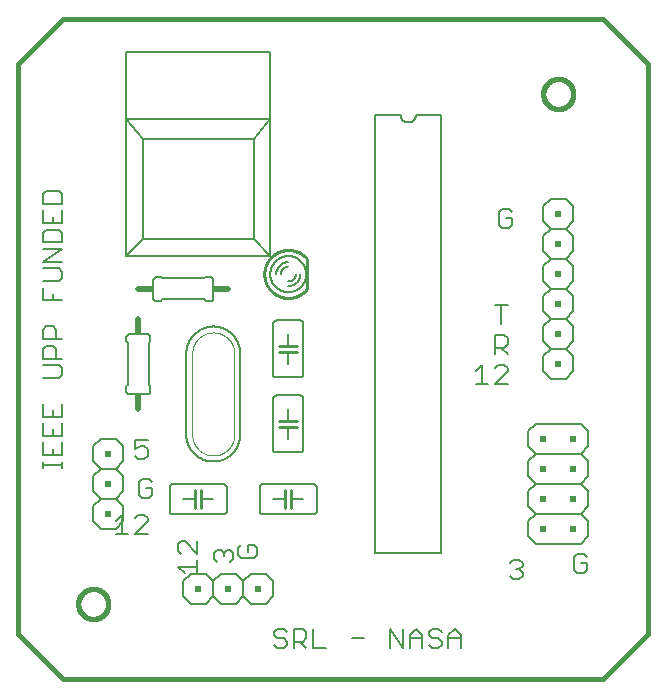
<source format=gto>
G75*
%MOIN*%
%OFA0B0*%
%FSLAX25Y25*%
%IPPOS*%
%LPD*%
%AMOC8*
5,1,8,0,0,1.08239X$1,22.5*
%
%ADD10C,0.00600*%
%ADD11C,0.01600*%
%ADD12C,0.01000*%
%ADD13R,0.02000X0.02000*%
%ADD14C,0.00200*%
%ADD15C,0.02000*%
%ADD16R,0.01500X0.02000*%
%ADD17R,0.02000X0.01500*%
%ADD18C,0.00800*%
D10*
X0206000Y0123500D02*
X0206000Y0128500D01*
X0208500Y0131000D01*
X0206000Y0133500D01*
X0206000Y0138500D01*
X0208500Y0141000D01*
X0206000Y0143500D01*
X0206000Y0148500D01*
X0208500Y0151000D01*
X0213500Y0151000D01*
X0216000Y0148500D01*
X0216000Y0143500D01*
X0213500Y0141000D01*
X0216000Y0138500D01*
X0216000Y0133500D01*
X0213500Y0131000D01*
X0216000Y0128500D01*
X0216000Y0123500D01*
X0213500Y0121000D01*
X0208500Y0121000D01*
X0206000Y0123500D01*
X0213409Y0123570D02*
X0215544Y0125705D01*
X0215544Y0119300D01*
X0213409Y0119300D02*
X0217679Y0119300D01*
X0219854Y0119300D02*
X0224125Y0123570D01*
X0224125Y0124638D01*
X0223057Y0125705D01*
X0220922Y0125705D01*
X0219854Y0124638D01*
X0219854Y0119300D02*
X0224125Y0119300D01*
X0232500Y0126000D02*
X0249500Y0126000D01*
X0249560Y0126002D01*
X0249621Y0126007D01*
X0249680Y0126016D01*
X0249739Y0126029D01*
X0249798Y0126045D01*
X0249855Y0126065D01*
X0249910Y0126088D01*
X0249965Y0126115D01*
X0250017Y0126144D01*
X0250068Y0126177D01*
X0250117Y0126213D01*
X0250163Y0126251D01*
X0250207Y0126293D01*
X0250249Y0126337D01*
X0250287Y0126383D01*
X0250323Y0126432D01*
X0250356Y0126483D01*
X0250385Y0126535D01*
X0250412Y0126590D01*
X0250435Y0126645D01*
X0250455Y0126702D01*
X0250471Y0126761D01*
X0250484Y0126820D01*
X0250493Y0126879D01*
X0250498Y0126940D01*
X0250500Y0127000D01*
X0250500Y0135000D01*
X0250498Y0135060D01*
X0250493Y0135121D01*
X0250484Y0135180D01*
X0250471Y0135239D01*
X0250455Y0135298D01*
X0250435Y0135355D01*
X0250412Y0135410D01*
X0250385Y0135465D01*
X0250356Y0135517D01*
X0250323Y0135568D01*
X0250287Y0135617D01*
X0250249Y0135663D01*
X0250207Y0135707D01*
X0250163Y0135749D01*
X0250117Y0135787D01*
X0250068Y0135823D01*
X0250017Y0135856D01*
X0249965Y0135885D01*
X0249910Y0135912D01*
X0249855Y0135935D01*
X0249798Y0135955D01*
X0249739Y0135971D01*
X0249680Y0135984D01*
X0249621Y0135993D01*
X0249560Y0135998D01*
X0249500Y0136000D01*
X0232500Y0136000D01*
X0232440Y0135998D01*
X0232379Y0135993D01*
X0232320Y0135984D01*
X0232261Y0135971D01*
X0232202Y0135955D01*
X0232145Y0135935D01*
X0232090Y0135912D01*
X0232035Y0135885D01*
X0231983Y0135856D01*
X0231932Y0135823D01*
X0231883Y0135787D01*
X0231837Y0135749D01*
X0231793Y0135707D01*
X0231751Y0135663D01*
X0231713Y0135617D01*
X0231677Y0135568D01*
X0231644Y0135517D01*
X0231615Y0135465D01*
X0231588Y0135410D01*
X0231565Y0135355D01*
X0231545Y0135298D01*
X0231529Y0135239D01*
X0231516Y0135180D01*
X0231507Y0135121D01*
X0231502Y0135060D01*
X0231500Y0135000D01*
X0231500Y0127000D01*
X0231502Y0126940D01*
X0231507Y0126879D01*
X0231516Y0126820D01*
X0231529Y0126761D01*
X0231545Y0126702D01*
X0231565Y0126645D01*
X0231588Y0126590D01*
X0231615Y0126535D01*
X0231644Y0126483D01*
X0231677Y0126432D01*
X0231713Y0126383D01*
X0231751Y0126337D01*
X0231793Y0126293D01*
X0231837Y0126251D01*
X0231883Y0126213D01*
X0231932Y0126177D01*
X0231983Y0126144D01*
X0232035Y0126115D01*
X0232090Y0126088D01*
X0232145Y0126065D01*
X0232202Y0126045D01*
X0232261Y0126029D01*
X0232320Y0126016D01*
X0232379Y0126007D01*
X0232440Y0126002D01*
X0232500Y0126000D01*
X0236000Y0131000D02*
X0239500Y0131000D01*
X0240000Y0131000D01*
X0242000Y0131000D02*
X0242500Y0131000D01*
X0246000Y0131000D01*
X0261500Y0135000D02*
X0261500Y0127000D01*
X0261502Y0126940D01*
X0261507Y0126879D01*
X0261516Y0126820D01*
X0261529Y0126761D01*
X0261545Y0126702D01*
X0261565Y0126645D01*
X0261588Y0126590D01*
X0261615Y0126535D01*
X0261644Y0126483D01*
X0261677Y0126432D01*
X0261713Y0126383D01*
X0261751Y0126337D01*
X0261793Y0126293D01*
X0261837Y0126251D01*
X0261883Y0126213D01*
X0261932Y0126177D01*
X0261983Y0126144D01*
X0262035Y0126115D01*
X0262090Y0126088D01*
X0262145Y0126065D01*
X0262202Y0126045D01*
X0262261Y0126029D01*
X0262320Y0126016D01*
X0262379Y0126007D01*
X0262440Y0126002D01*
X0262500Y0126000D01*
X0279500Y0126000D01*
X0279560Y0126002D01*
X0279621Y0126007D01*
X0279680Y0126016D01*
X0279739Y0126029D01*
X0279798Y0126045D01*
X0279855Y0126065D01*
X0279910Y0126088D01*
X0279965Y0126115D01*
X0280017Y0126144D01*
X0280068Y0126177D01*
X0280117Y0126213D01*
X0280163Y0126251D01*
X0280207Y0126293D01*
X0280249Y0126337D01*
X0280287Y0126383D01*
X0280323Y0126432D01*
X0280356Y0126483D01*
X0280385Y0126535D01*
X0280412Y0126590D01*
X0280435Y0126645D01*
X0280455Y0126702D01*
X0280471Y0126761D01*
X0280484Y0126820D01*
X0280493Y0126879D01*
X0280498Y0126940D01*
X0280500Y0127000D01*
X0280500Y0135000D01*
X0280498Y0135060D01*
X0280493Y0135121D01*
X0280484Y0135180D01*
X0280471Y0135239D01*
X0280455Y0135298D01*
X0280435Y0135355D01*
X0280412Y0135410D01*
X0280385Y0135465D01*
X0280356Y0135517D01*
X0280323Y0135568D01*
X0280287Y0135617D01*
X0280249Y0135663D01*
X0280207Y0135707D01*
X0280163Y0135749D01*
X0280117Y0135787D01*
X0280068Y0135823D01*
X0280017Y0135856D01*
X0279965Y0135885D01*
X0279910Y0135912D01*
X0279855Y0135935D01*
X0279798Y0135955D01*
X0279739Y0135971D01*
X0279680Y0135984D01*
X0279621Y0135993D01*
X0279560Y0135998D01*
X0279500Y0136000D01*
X0262500Y0136000D01*
X0262440Y0135998D01*
X0262379Y0135993D01*
X0262320Y0135984D01*
X0262261Y0135971D01*
X0262202Y0135955D01*
X0262145Y0135935D01*
X0262090Y0135912D01*
X0262035Y0135885D01*
X0261983Y0135856D01*
X0261932Y0135823D01*
X0261883Y0135787D01*
X0261837Y0135749D01*
X0261793Y0135707D01*
X0261751Y0135663D01*
X0261713Y0135617D01*
X0261677Y0135568D01*
X0261644Y0135517D01*
X0261615Y0135465D01*
X0261588Y0135410D01*
X0261565Y0135355D01*
X0261545Y0135298D01*
X0261529Y0135239D01*
X0261516Y0135180D01*
X0261507Y0135121D01*
X0261502Y0135060D01*
X0261500Y0135000D01*
X0266000Y0131000D02*
X0269500Y0131000D01*
X0270000Y0131000D01*
X0272000Y0131000D02*
X0272500Y0131000D01*
X0276000Y0131000D01*
X0275000Y0146500D02*
X0267000Y0146500D01*
X0266940Y0146502D01*
X0266879Y0146507D01*
X0266820Y0146516D01*
X0266761Y0146529D01*
X0266702Y0146545D01*
X0266645Y0146565D01*
X0266590Y0146588D01*
X0266535Y0146615D01*
X0266483Y0146644D01*
X0266432Y0146677D01*
X0266383Y0146713D01*
X0266337Y0146751D01*
X0266293Y0146793D01*
X0266251Y0146837D01*
X0266213Y0146883D01*
X0266177Y0146932D01*
X0266144Y0146983D01*
X0266115Y0147035D01*
X0266088Y0147090D01*
X0266065Y0147145D01*
X0266045Y0147202D01*
X0266029Y0147261D01*
X0266016Y0147320D01*
X0266007Y0147379D01*
X0266002Y0147440D01*
X0266000Y0147500D01*
X0266000Y0164500D01*
X0266002Y0164560D01*
X0266007Y0164621D01*
X0266016Y0164680D01*
X0266029Y0164739D01*
X0266045Y0164798D01*
X0266065Y0164855D01*
X0266088Y0164910D01*
X0266115Y0164965D01*
X0266144Y0165017D01*
X0266177Y0165068D01*
X0266213Y0165117D01*
X0266251Y0165163D01*
X0266293Y0165207D01*
X0266337Y0165249D01*
X0266383Y0165287D01*
X0266432Y0165323D01*
X0266483Y0165356D01*
X0266535Y0165385D01*
X0266590Y0165412D01*
X0266645Y0165435D01*
X0266702Y0165455D01*
X0266761Y0165471D01*
X0266820Y0165484D01*
X0266879Y0165493D01*
X0266940Y0165498D01*
X0267000Y0165500D01*
X0275000Y0165500D01*
X0275060Y0165498D01*
X0275121Y0165493D01*
X0275180Y0165484D01*
X0275239Y0165471D01*
X0275298Y0165455D01*
X0275355Y0165435D01*
X0275410Y0165412D01*
X0275465Y0165385D01*
X0275517Y0165356D01*
X0275568Y0165323D01*
X0275617Y0165287D01*
X0275663Y0165249D01*
X0275707Y0165207D01*
X0275749Y0165163D01*
X0275787Y0165117D01*
X0275823Y0165068D01*
X0275856Y0165017D01*
X0275885Y0164965D01*
X0275912Y0164910D01*
X0275935Y0164855D01*
X0275955Y0164798D01*
X0275971Y0164739D01*
X0275984Y0164680D01*
X0275993Y0164621D01*
X0275998Y0164560D01*
X0276000Y0164500D01*
X0276000Y0147500D01*
X0275998Y0147440D01*
X0275993Y0147379D01*
X0275984Y0147320D01*
X0275971Y0147261D01*
X0275955Y0147202D01*
X0275935Y0147145D01*
X0275912Y0147090D01*
X0275885Y0147035D01*
X0275856Y0146983D01*
X0275823Y0146932D01*
X0275787Y0146883D01*
X0275749Y0146837D01*
X0275707Y0146793D01*
X0275663Y0146751D01*
X0275617Y0146713D01*
X0275568Y0146677D01*
X0275517Y0146644D01*
X0275465Y0146615D01*
X0275410Y0146588D01*
X0275355Y0146565D01*
X0275298Y0146545D01*
X0275239Y0146529D01*
X0275180Y0146516D01*
X0275121Y0146507D01*
X0275060Y0146502D01*
X0275000Y0146500D01*
X0271000Y0151000D02*
X0271000Y0154500D01*
X0271000Y0155000D01*
X0271000Y0157000D02*
X0271000Y0157500D01*
X0271000Y0161000D01*
X0255000Y0152500D02*
X0255000Y0179500D01*
X0254997Y0179719D01*
X0254989Y0179938D01*
X0254976Y0180157D01*
X0254957Y0180375D01*
X0254933Y0180593D01*
X0254904Y0180810D01*
X0254870Y0181027D01*
X0254830Y0181242D01*
X0254785Y0181457D01*
X0254734Y0181670D01*
X0254679Y0181882D01*
X0254618Y0182093D01*
X0254553Y0182302D01*
X0254482Y0182509D01*
X0254406Y0182715D01*
X0254325Y0182919D01*
X0254240Y0183121D01*
X0254149Y0183320D01*
X0254054Y0183517D01*
X0253953Y0183712D01*
X0253848Y0183905D01*
X0253739Y0184095D01*
X0253625Y0184282D01*
X0253506Y0184466D01*
X0253383Y0184647D01*
X0253255Y0184825D01*
X0253123Y0185001D01*
X0252987Y0185172D01*
X0252847Y0185341D01*
X0252703Y0185506D01*
X0252555Y0185667D01*
X0252403Y0185825D01*
X0252247Y0185979D01*
X0252087Y0186129D01*
X0251924Y0186276D01*
X0251757Y0186418D01*
X0251587Y0186556D01*
X0251413Y0186690D01*
X0251237Y0186820D01*
X0251057Y0186945D01*
X0250874Y0187066D01*
X0250688Y0187182D01*
X0250500Y0187294D01*
X0250309Y0187401D01*
X0250115Y0187504D01*
X0249919Y0187602D01*
X0249721Y0187695D01*
X0249520Y0187783D01*
X0249317Y0187866D01*
X0249112Y0187945D01*
X0248906Y0188018D01*
X0248698Y0188086D01*
X0248488Y0188149D01*
X0248276Y0188207D01*
X0248064Y0188260D01*
X0247850Y0188308D01*
X0247635Y0188350D01*
X0247419Y0188387D01*
X0247202Y0188419D01*
X0246984Y0188446D01*
X0246766Y0188467D01*
X0246548Y0188483D01*
X0246329Y0188494D01*
X0246110Y0188499D01*
X0245890Y0188499D01*
X0245671Y0188494D01*
X0245452Y0188483D01*
X0245234Y0188467D01*
X0245016Y0188446D01*
X0244798Y0188419D01*
X0244581Y0188387D01*
X0244365Y0188350D01*
X0244150Y0188308D01*
X0243936Y0188260D01*
X0243724Y0188207D01*
X0243512Y0188149D01*
X0243302Y0188086D01*
X0243094Y0188018D01*
X0242888Y0187945D01*
X0242683Y0187866D01*
X0242480Y0187783D01*
X0242279Y0187695D01*
X0242081Y0187602D01*
X0241885Y0187504D01*
X0241691Y0187401D01*
X0241500Y0187294D01*
X0241312Y0187182D01*
X0241126Y0187066D01*
X0240943Y0186945D01*
X0240763Y0186820D01*
X0240587Y0186690D01*
X0240413Y0186556D01*
X0240243Y0186418D01*
X0240076Y0186276D01*
X0239913Y0186129D01*
X0239753Y0185979D01*
X0239597Y0185825D01*
X0239445Y0185667D01*
X0239297Y0185506D01*
X0239153Y0185341D01*
X0239013Y0185172D01*
X0238877Y0185001D01*
X0238745Y0184825D01*
X0238617Y0184647D01*
X0238494Y0184466D01*
X0238375Y0184282D01*
X0238261Y0184095D01*
X0238152Y0183905D01*
X0238047Y0183712D01*
X0237946Y0183517D01*
X0237851Y0183320D01*
X0237760Y0183121D01*
X0237675Y0182919D01*
X0237594Y0182715D01*
X0237518Y0182509D01*
X0237447Y0182302D01*
X0237382Y0182093D01*
X0237321Y0181882D01*
X0237266Y0181670D01*
X0237215Y0181457D01*
X0237170Y0181242D01*
X0237130Y0181027D01*
X0237096Y0180810D01*
X0237067Y0180593D01*
X0237043Y0180375D01*
X0237024Y0180157D01*
X0237011Y0179938D01*
X0237003Y0179719D01*
X0237000Y0179500D01*
X0237000Y0152500D01*
X0237003Y0152281D01*
X0237011Y0152062D01*
X0237024Y0151843D01*
X0237043Y0151625D01*
X0237067Y0151407D01*
X0237096Y0151190D01*
X0237130Y0150973D01*
X0237170Y0150758D01*
X0237215Y0150543D01*
X0237266Y0150330D01*
X0237321Y0150118D01*
X0237382Y0149907D01*
X0237447Y0149698D01*
X0237518Y0149491D01*
X0237594Y0149285D01*
X0237675Y0149081D01*
X0237760Y0148879D01*
X0237851Y0148680D01*
X0237946Y0148483D01*
X0238047Y0148288D01*
X0238152Y0148095D01*
X0238261Y0147905D01*
X0238375Y0147718D01*
X0238494Y0147534D01*
X0238617Y0147353D01*
X0238745Y0147175D01*
X0238877Y0146999D01*
X0239013Y0146828D01*
X0239153Y0146659D01*
X0239297Y0146494D01*
X0239445Y0146333D01*
X0239597Y0146175D01*
X0239753Y0146021D01*
X0239913Y0145871D01*
X0240076Y0145724D01*
X0240243Y0145582D01*
X0240413Y0145444D01*
X0240587Y0145310D01*
X0240763Y0145180D01*
X0240943Y0145055D01*
X0241126Y0144934D01*
X0241312Y0144818D01*
X0241500Y0144706D01*
X0241691Y0144599D01*
X0241885Y0144496D01*
X0242081Y0144398D01*
X0242279Y0144305D01*
X0242480Y0144217D01*
X0242683Y0144134D01*
X0242888Y0144055D01*
X0243094Y0143982D01*
X0243302Y0143914D01*
X0243512Y0143851D01*
X0243724Y0143793D01*
X0243936Y0143740D01*
X0244150Y0143692D01*
X0244365Y0143650D01*
X0244581Y0143613D01*
X0244798Y0143581D01*
X0245016Y0143554D01*
X0245234Y0143533D01*
X0245452Y0143517D01*
X0245671Y0143506D01*
X0245890Y0143501D01*
X0246110Y0143501D01*
X0246329Y0143506D01*
X0246548Y0143517D01*
X0246766Y0143533D01*
X0246984Y0143554D01*
X0247202Y0143581D01*
X0247419Y0143613D01*
X0247635Y0143650D01*
X0247850Y0143692D01*
X0248064Y0143740D01*
X0248276Y0143793D01*
X0248488Y0143851D01*
X0248698Y0143914D01*
X0248906Y0143982D01*
X0249112Y0144055D01*
X0249317Y0144134D01*
X0249520Y0144217D01*
X0249721Y0144305D01*
X0249919Y0144398D01*
X0250115Y0144496D01*
X0250309Y0144599D01*
X0250500Y0144706D01*
X0250688Y0144818D01*
X0250874Y0144934D01*
X0251057Y0145055D01*
X0251237Y0145180D01*
X0251413Y0145310D01*
X0251587Y0145444D01*
X0251757Y0145582D01*
X0251924Y0145724D01*
X0252087Y0145871D01*
X0252247Y0146021D01*
X0252403Y0146175D01*
X0252555Y0146333D01*
X0252703Y0146494D01*
X0252847Y0146659D01*
X0252987Y0146828D01*
X0253123Y0146999D01*
X0253255Y0147175D01*
X0253383Y0147353D01*
X0253506Y0147534D01*
X0253625Y0147718D01*
X0253739Y0147905D01*
X0253848Y0148095D01*
X0253953Y0148288D01*
X0254054Y0148483D01*
X0254149Y0148680D01*
X0254240Y0148879D01*
X0254325Y0149081D01*
X0254406Y0149285D01*
X0254482Y0149491D01*
X0254553Y0149698D01*
X0254618Y0149907D01*
X0254679Y0150118D01*
X0254734Y0150330D01*
X0254785Y0150543D01*
X0254830Y0150758D01*
X0254870Y0150973D01*
X0254904Y0151190D01*
X0254933Y0151407D01*
X0254957Y0151625D01*
X0254976Y0151843D01*
X0254989Y0152062D01*
X0254997Y0152281D01*
X0255000Y0152500D01*
X0267000Y0171500D02*
X0275000Y0171500D01*
X0275060Y0171502D01*
X0275121Y0171507D01*
X0275180Y0171516D01*
X0275239Y0171529D01*
X0275298Y0171545D01*
X0275355Y0171565D01*
X0275410Y0171588D01*
X0275465Y0171615D01*
X0275517Y0171644D01*
X0275568Y0171677D01*
X0275617Y0171713D01*
X0275663Y0171751D01*
X0275707Y0171793D01*
X0275749Y0171837D01*
X0275787Y0171883D01*
X0275823Y0171932D01*
X0275856Y0171983D01*
X0275885Y0172035D01*
X0275912Y0172090D01*
X0275935Y0172145D01*
X0275955Y0172202D01*
X0275971Y0172261D01*
X0275984Y0172320D01*
X0275993Y0172379D01*
X0275998Y0172440D01*
X0276000Y0172500D01*
X0276000Y0189500D01*
X0275998Y0189560D01*
X0275993Y0189621D01*
X0275984Y0189680D01*
X0275971Y0189739D01*
X0275955Y0189798D01*
X0275935Y0189855D01*
X0275912Y0189910D01*
X0275885Y0189965D01*
X0275856Y0190017D01*
X0275823Y0190068D01*
X0275787Y0190117D01*
X0275749Y0190163D01*
X0275707Y0190207D01*
X0275663Y0190249D01*
X0275617Y0190287D01*
X0275568Y0190323D01*
X0275517Y0190356D01*
X0275465Y0190385D01*
X0275410Y0190412D01*
X0275355Y0190435D01*
X0275298Y0190455D01*
X0275239Y0190471D01*
X0275180Y0190484D01*
X0275121Y0190493D01*
X0275060Y0190498D01*
X0275000Y0190500D01*
X0267000Y0190500D01*
X0266940Y0190498D01*
X0266879Y0190493D01*
X0266820Y0190484D01*
X0266761Y0190471D01*
X0266702Y0190455D01*
X0266645Y0190435D01*
X0266590Y0190412D01*
X0266535Y0190385D01*
X0266483Y0190356D01*
X0266432Y0190323D01*
X0266383Y0190287D01*
X0266337Y0190249D01*
X0266293Y0190207D01*
X0266251Y0190163D01*
X0266213Y0190117D01*
X0266177Y0190068D01*
X0266144Y0190017D01*
X0266115Y0189965D01*
X0266088Y0189910D01*
X0266065Y0189855D01*
X0266045Y0189798D01*
X0266029Y0189739D01*
X0266016Y0189680D01*
X0266007Y0189621D01*
X0266002Y0189560D01*
X0266000Y0189500D01*
X0266000Y0172500D01*
X0266002Y0172440D01*
X0266007Y0172379D01*
X0266016Y0172320D01*
X0266029Y0172261D01*
X0266045Y0172202D01*
X0266065Y0172145D01*
X0266088Y0172090D01*
X0266115Y0172035D01*
X0266144Y0171983D01*
X0266177Y0171932D01*
X0266213Y0171883D01*
X0266251Y0171837D01*
X0266293Y0171793D01*
X0266337Y0171751D01*
X0266383Y0171713D01*
X0266432Y0171677D01*
X0266483Y0171644D01*
X0266535Y0171615D01*
X0266590Y0171588D01*
X0266645Y0171565D01*
X0266702Y0171545D01*
X0266761Y0171529D01*
X0266820Y0171516D01*
X0266879Y0171507D01*
X0266940Y0171502D01*
X0267000Y0171500D01*
X0271000Y0176000D02*
X0271000Y0179500D01*
X0271000Y0180000D01*
X0271000Y0182000D02*
X0271000Y0182500D01*
X0271000Y0186000D01*
X0246000Y0198000D02*
X0246000Y0204000D01*
X0245998Y0204060D01*
X0245993Y0204121D01*
X0245984Y0204180D01*
X0245971Y0204239D01*
X0245955Y0204298D01*
X0245935Y0204355D01*
X0245912Y0204410D01*
X0245885Y0204465D01*
X0245856Y0204517D01*
X0245823Y0204568D01*
X0245787Y0204617D01*
X0245749Y0204663D01*
X0245707Y0204707D01*
X0245663Y0204749D01*
X0245617Y0204787D01*
X0245568Y0204823D01*
X0245517Y0204856D01*
X0245465Y0204885D01*
X0245410Y0204912D01*
X0245355Y0204935D01*
X0245298Y0204955D01*
X0245239Y0204971D01*
X0245180Y0204984D01*
X0245121Y0204993D01*
X0245060Y0204998D01*
X0245000Y0205000D01*
X0243500Y0205000D01*
X0243000Y0204500D01*
X0229000Y0204500D01*
X0228500Y0205000D01*
X0227000Y0205000D01*
X0226940Y0204998D01*
X0226879Y0204993D01*
X0226820Y0204984D01*
X0226761Y0204971D01*
X0226702Y0204955D01*
X0226645Y0204935D01*
X0226590Y0204912D01*
X0226535Y0204885D01*
X0226483Y0204856D01*
X0226432Y0204823D01*
X0226383Y0204787D01*
X0226337Y0204749D01*
X0226293Y0204707D01*
X0226251Y0204663D01*
X0226213Y0204617D01*
X0226177Y0204568D01*
X0226144Y0204517D01*
X0226115Y0204465D01*
X0226088Y0204410D01*
X0226065Y0204355D01*
X0226045Y0204298D01*
X0226029Y0204239D01*
X0226016Y0204180D01*
X0226007Y0204121D01*
X0226002Y0204060D01*
X0226000Y0204000D01*
X0226000Y0198000D01*
X0226002Y0197940D01*
X0226007Y0197879D01*
X0226016Y0197820D01*
X0226029Y0197761D01*
X0226045Y0197702D01*
X0226065Y0197645D01*
X0226088Y0197590D01*
X0226115Y0197535D01*
X0226144Y0197483D01*
X0226177Y0197432D01*
X0226213Y0197383D01*
X0226251Y0197337D01*
X0226293Y0197293D01*
X0226337Y0197251D01*
X0226383Y0197213D01*
X0226432Y0197177D01*
X0226483Y0197144D01*
X0226535Y0197115D01*
X0226590Y0197088D01*
X0226645Y0197065D01*
X0226702Y0197045D01*
X0226761Y0197029D01*
X0226820Y0197016D01*
X0226879Y0197007D01*
X0226940Y0197002D01*
X0227000Y0197000D01*
X0228500Y0197000D01*
X0229000Y0197500D01*
X0243000Y0197500D01*
X0243500Y0197000D01*
X0245000Y0197000D01*
X0245060Y0197002D01*
X0245121Y0197007D01*
X0245180Y0197016D01*
X0245239Y0197029D01*
X0245298Y0197045D01*
X0245355Y0197065D01*
X0245410Y0197088D01*
X0245465Y0197115D01*
X0245517Y0197144D01*
X0245568Y0197177D01*
X0245617Y0197213D01*
X0245663Y0197251D01*
X0245707Y0197293D01*
X0245749Y0197337D01*
X0245787Y0197383D01*
X0245823Y0197432D01*
X0245856Y0197483D01*
X0245885Y0197535D01*
X0245912Y0197590D01*
X0245935Y0197645D01*
X0245955Y0197702D01*
X0245971Y0197761D01*
X0245984Y0197820D01*
X0245993Y0197879D01*
X0245998Y0197940D01*
X0246000Y0198000D01*
X0224000Y0186000D02*
X0218000Y0186000D01*
X0217940Y0185998D01*
X0217879Y0185993D01*
X0217820Y0185984D01*
X0217761Y0185971D01*
X0217702Y0185955D01*
X0217645Y0185935D01*
X0217590Y0185912D01*
X0217535Y0185885D01*
X0217483Y0185856D01*
X0217432Y0185823D01*
X0217383Y0185787D01*
X0217337Y0185749D01*
X0217293Y0185707D01*
X0217251Y0185663D01*
X0217213Y0185617D01*
X0217177Y0185568D01*
X0217144Y0185517D01*
X0217115Y0185465D01*
X0217088Y0185410D01*
X0217065Y0185355D01*
X0217045Y0185298D01*
X0217029Y0185239D01*
X0217016Y0185180D01*
X0217007Y0185121D01*
X0217002Y0185060D01*
X0217000Y0185000D01*
X0217000Y0183500D01*
X0217500Y0183000D01*
X0217500Y0169000D01*
X0217000Y0168500D01*
X0217000Y0167000D01*
X0217002Y0166940D01*
X0217007Y0166879D01*
X0217016Y0166820D01*
X0217029Y0166761D01*
X0217045Y0166702D01*
X0217065Y0166645D01*
X0217088Y0166590D01*
X0217115Y0166535D01*
X0217144Y0166483D01*
X0217177Y0166432D01*
X0217213Y0166383D01*
X0217251Y0166337D01*
X0217293Y0166293D01*
X0217337Y0166251D01*
X0217383Y0166213D01*
X0217432Y0166177D01*
X0217483Y0166144D01*
X0217535Y0166115D01*
X0217590Y0166088D01*
X0217645Y0166065D01*
X0217702Y0166045D01*
X0217761Y0166029D01*
X0217820Y0166016D01*
X0217879Y0166007D01*
X0217940Y0166002D01*
X0218000Y0166000D01*
X0224000Y0166000D01*
X0224060Y0166002D01*
X0224121Y0166007D01*
X0224180Y0166016D01*
X0224239Y0166029D01*
X0224298Y0166045D01*
X0224355Y0166065D01*
X0224410Y0166088D01*
X0224465Y0166115D01*
X0224517Y0166144D01*
X0224568Y0166177D01*
X0224617Y0166213D01*
X0224663Y0166251D01*
X0224707Y0166293D01*
X0224749Y0166337D01*
X0224787Y0166383D01*
X0224823Y0166432D01*
X0224856Y0166483D01*
X0224885Y0166535D01*
X0224912Y0166590D01*
X0224935Y0166645D01*
X0224955Y0166702D01*
X0224971Y0166761D01*
X0224984Y0166820D01*
X0224993Y0166879D01*
X0224998Y0166940D01*
X0225000Y0167000D01*
X0225000Y0168500D01*
X0224500Y0169000D01*
X0224500Y0183000D01*
X0225000Y0183500D01*
X0225000Y0185000D01*
X0224998Y0185060D01*
X0224993Y0185121D01*
X0224984Y0185180D01*
X0224971Y0185239D01*
X0224955Y0185298D01*
X0224935Y0185355D01*
X0224912Y0185410D01*
X0224885Y0185465D01*
X0224856Y0185517D01*
X0224823Y0185568D01*
X0224787Y0185617D01*
X0224749Y0185663D01*
X0224707Y0185707D01*
X0224663Y0185749D01*
X0224617Y0185787D01*
X0224568Y0185823D01*
X0224517Y0185856D01*
X0224465Y0185885D01*
X0224410Y0185912D01*
X0224355Y0185935D01*
X0224298Y0185955D01*
X0224239Y0185971D01*
X0224180Y0185984D01*
X0224121Y0185993D01*
X0224060Y0185998D01*
X0224000Y0186000D01*
X0195700Y0184270D02*
X0189295Y0184270D01*
X0189295Y0187473D01*
X0190362Y0188540D01*
X0192497Y0188540D01*
X0193565Y0187473D01*
X0193565Y0184270D01*
X0192497Y0182095D02*
X0193565Y0181027D01*
X0193565Y0177824D01*
X0195700Y0177824D02*
X0189295Y0177824D01*
X0189295Y0181027D01*
X0190362Y0182095D01*
X0192497Y0182095D01*
X0194632Y0175649D02*
X0189295Y0175649D01*
X0189295Y0171379D02*
X0194632Y0171379D01*
X0195700Y0172447D01*
X0195700Y0174582D01*
X0194632Y0175649D01*
X0195700Y0162758D02*
X0195700Y0158488D01*
X0189295Y0158488D01*
X0189295Y0162758D01*
X0192497Y0160623D02*
X0192497Y0158488D01*
X0189295Y0156313D02*
X0189295Y0152042D01*
X0195700Y0152042D01*
X0195700Y0156313D01*
X0192497Y0154178D02*
X0192497Y0152042D01*
X0189295Y0149867D02*
X0189295Y0145597D01*
X0195700Y0145597D01*
X0195700Y0149867D01*
X0192497Y0147732D02*
X0192497Y0145597D01*
X0189295Y0143435D02*
X0189295Y0141300D01*
X0189295Y0142368D02*
X0195700Y0142368D01*
X0195700Y0143435D02*
X0195700Y0141300D01*
X0208500Y0141000D02*
X0213500Y0141000D01*
X0219855Y0145368D02*
X0220922Y0144300D01*
X0223057Y0144300D01*
X0224125Y0145368D01*
X0224125Y0147503D01*
X0223057Y0148570D01*
X0221990Y0148570D01*
X0219855Y0147503D01*
X0219855Y0150705D01*
X0224125Y0150705D01*
X0224503Y0137705D02*
X0222368Y0137705D01*
X0221300Y0136638D01*
X0221300Y0132368D01*
X0222368Y0131300D01*
X0224503Y0131300D01*
X0225570Y0132368D01*
X0225570Y0134503D01*
X0223435Y0134503D01*
X0225570Y0136638D02*
X0224503Y0137705D01*
X0213500Y0131000D02*
X0208500Y0131000D01*
X0234295Y0115948D02*
X0234295Y0113813D01*
X0235362Y0112745D01*
X0234295Y0115948D02*
X0235362Y0117016D01*
X0236430Y0117016D01*
X0240700Y0112745D01*
X0240700Y0117016D01*
X0246295Y0113057D02*
X0247362Y0114125D01*
X0248430Y0114125D01*
X0249497Y0113057D01*
X0250565Y0114125D01*
X0251632Y0114125D01*
X0252700Y0113057D01*
X0252700Y0110922D01*
X0251632Y0109855D01*
X0249497Y0111990D02*
X0249497Y0113057D01*
X0246295Y0113057D02*
X0246295Y0110922D01*
X0247362Y0109855D01*
X0248500Y0106000D02*
X0246000Y0103500D01*
X0246000Y0098500D01*
X0248500Y0096000D01*
X0253500Y0096000D01*
X0256000Y0098500D01*
X0258500Y0096000D01*
X0263500Y0096000D01*
X0266000Y0098500D01*
X0266000Y0103500D01*
X0263500Y0106000D01*
X0258500Y0106000D01*
X0256000Y0103500D01*
X0256000Y0098500D01*
X0256000Y0103500D02*
X0253500Y0106000D01*
X0248500Y0106000D01*
X0246000Y0103500D02*
X0243500Y0106000D01*
X0238500Y0106000D01*
X0236000Y0103500D01*
X0236000Y0098500D01*
X0238500Y0096000D01*
X0243500Y0096000D01*
X0246000Y0098500D01*
X0240700Y0106300D02*
X0240700Y0110570D01*
X0240700Y0108435D02*
X0234295Y0108435D01*
X0236430Y0106300D01*
X0254295Y0112368D02*
X0255362Y0111300D01*
X0259632Y0111300D01*
X0260700Y0112368D01*
X0260700Y0114503D01*
X0259632Y0115570D01*
X0257497Y0115570D01*
X0257497Y0113435D01*
X0255362Y0115570D02*
X0254295Y0114503D01*
X0254295Y0112368D01*
X0267368Y0087705D02*
X0266300Y0086638D01*
X0266300Y0085570D01*
X0267368Y0084503D01*
X0269503Y0084503D01*
X0270570Y0083435D01*
X0270570Y0082368D01*
X0269503Y0081300D01*
X0267368Y0081300D01*
X0266300Y0082368D01*
X0270570Y0086638D02*
X0269503Y0087705D01*
X0267368Y0087705D01*
X0272745Y0087705D02*
X0275948Y0087705D01*
X0277016Y0086638D01*
X0277016Y0084503D01*
X0275948Y0083435D01*
X0272745Y0083435D01*
X0272745Y0081300D02*
X0272745Y0087705D01*
X0274881Y0083435D02*
X0277016Y0081300D01*
X0279191Y0081300D02*
X0283461Y0081300D01*
X0279191Y0081300D02*
X0279191Y0087705D01*
X0292082Y0084503D02*
X0296352Y0084503D01*
X0304973Y0087705D02*
X0309243Y0081300D01*
X0309243Y0087705D01*
X0311418Y0085570D02*
X0313554Y0087705D01*
X0315689Y0085570D01*
X0315689Y0081300D01*
X0317864Y0082368D02*
X0318932Y0081300D01*
X0321067Y0081300D01*
X0322134Y0082368D01*
X0322134Y0083435D01*
X0321067Y0084503D01*
X0318932Y0084503D01*
X0317864Y0085570D01*
X0317864Y0086638D01*
X0318932Y0087705D01*
X0321067Y0087705D01*
X0322134Y0086638D01*
X0324309Y0085570D02*
X0324309Y0081300D01*
X0324309Y0084503D02*
X0328580Y0084503D01*
X0328580Y0085570D02*
X0328580Y0081300D01*
X0328580Y0085570D02*
X0326445Y0087705D01*
X0324309Y0085570D01*
X0315689Y0084503D02*
X0311418Y0084503D01*
X0311418Y0085570D02*
X0311418Y0081300D01*
X0304973Y0081300D02*
X0304973Y0087705D01*
X0300000Y0113000D02*
X0322000Y0113000D01*
X0322000Y0259000D01*
X0313500Y0259000D01*
X0313498Y0258902D01*
X0313492Y0258804D01*
X0313483Y0258706D01*
X0313469Y0258609D01*
X0313452Y0258512D01*
X0313431Y0258416D01*
X0313406Y0258321D01*
X0313378Y0258227D01*
X0313345Y0258135D01*
X0313310Y0258043D01*
X0313270Y0257953D01*
X0313228Y0257865D01*
X0313181Y0257778D01*
X0313132Y0257694D01*
X0313079Y0257611D01*
X0313023Y0257531D01*
X0312963Y0257452D01*
X0312901Y0257376D01*
X0312836Y0257303D01*
X0312768Y0257232D01*
X0312697Y0257164D01*
X0312624Y0257099D01*
X0312548Y0257037D01*
X0312469Y0256977D01*
X0312389Y0256921D01*
X0312306Y0256868D01*
X0312222Y0256819D01*
X0312135Y0256772D01*
X0312047Y0256730D01*
X0311957Y0256690D01*
X0311865Y0256655D01*
X0311773Y0256622D01*
X0311679Y0256594D01*
X0311584Y0256569D01*
X0311488Y0256548D01*
X0311391Y0256531D01*
X0311294Y0256517D01*
X0311196Y0256508D01*
X0311098Y0256502D01*
X0311000Y0256500D01*
X0310902Y0256502D01*
X0310804Y0256508D01*
X0310706Y0256517D01*
X0310609Y0256531D01*
X0310512Y0256548D01*
X0310416Y0256569D01*
X0310321Y0256594D01*
X0310227Y0256622D01*
X0310135Y0256655D01*
X0310043Y0256690D01*
X0309953Y0256730D01*
X0309865Y0256772D01*
X0309778Y0256819D01*
X0309694Y0256868D01*
X0309611Y0256921D01*
X0309531Y0256977D01*
X0309452Y0257037D01*
X0309376Y0257099D01*
X0309303Y0257164D01*
X0309232Y0257232D01*
X0309164Y0257303D01*
X0309099Y0257376D01*
X0309037Y0257452D01*
X0308977Y0257531D01*
X0308921Y0257611D01*
X0308868Y0257694D01*
X0308819Y0257778D01*
X0308772Y0257865D01*
X0308730Y0257953D01*
X0308690Y0258043D01*
X0308655Y0258135D01*
X0308622Y0258227D01*
X0308594Y0258321D01*
X0308569Y0258416D01*
X0308548Y0258512D01*
X0308531Y0258609D01*
X0308517Y0258706D01*
X0308508Y0258804D01*
X0308502Y0258902D01*
X0308500Y0259000D01*
X0300000Y0259000D01*
X0300000Y0113000D01*
X0344855Y0109638D02*
X0345922Y0110705D01*
X0348057Y0110705D01*
X0349125Y0109638D01*
X0349125Y0108570D01*
X0348057Y0107503D01*
X0349125Y0106435D01*
X0349125Y0105368D01*
X0348057Y0104300D01*
X0345922Y0104300D01*
X0344855Y0105368D01*
X0346990Y0107503D02*
X0348057Y0107503D01*
X0353500Y0116000D02*
X0351000Y0118500D01*
X0351000Y0123500D01*
X0353500Y0126000D01*
X0368500Y0126000D01*
X0371000Y0128500D01*
X0371000Y0133500D01*
X0368500Y0136000D01*
X0353500Y0136000D01*
X0351000Y0138500D01*
X0351000Y0143500D01*
X0353500Y0146000D01*
X0351000Y0148500D01*
X0351000Y0153500D01*
X0353500Y0156000D01*
X0368500Y0156000D01*
X0371000Y0153500D01*
X0371000Y0148500D01*
X0368500Y0146000D01*
X0353500Y0146000D01*
X0353500Y0136000D02*
X0351000Y0133500D01*
X0351000Y0128500D01*
X0353500Y0126000D01*
X0353500Y0116000D02*
X0368500Y0116000D01*
X0371000Y0118500D01*
X0371000Y0123500D01*
X0368500Y0126000D01*
X0368500Y0136000D02*
X0371000Y0138500D01*
X0371000Y0143500D01*
X0368500Y0146000D01*
X0344125Y0169300D02*
X0339854Y0169300D01*
X0344125Y0173570D01*
X0344125Y0174638D01*
X0343057Y0175705D01*
X0340922Y0175705D01*
X0339854Y0174638D01*
X0335544Y0175705D02*
X0335544Y0169300D01*
X0333409Y0169300D02*
X0337679Y0169300D01*
X0333409Y0173570D02*
X0335544Y0175705D01*
X0339855Y0179300D02*
X0339855Y0185705D01*
X0343057Y0185705D01*
X0344125Y0184638D01*
X0344125Y0182503D01*
X0343057Y0181435D01*
X0339855Y0181435D01*
X0341990Y0181435D02*
X0344125Y0179300D01*
X0341990Y0189300D02*
X0341990Y0195705D01*
X0339855Y0195705D02*
X0344125Y0195705D01*
X0356000Y0193500D02*
X0356000Y0198500D01*
X0358500Y0201000D01*
X0356000Y0203500D01*
X0356000Y0208500D01*
X0358500Y0211000D01*
X0356000Y0213500D01*
X0356000Y0218500D01*
X0358500Y0221000D01*
X0356000Y0223500D01*
X0356000Y0228500D01*
X0358500Y0231000D01*
X0363500Y0231000D01*
X0366000Y0228500D01*
X0366000Y0223500D01*
X0363500Y0221000D01*
X0366000Y0218500D01*
X0366000Y0213500D01*
X0363500Y0211000D01*
X0366000Y0208500D01*
X0366000Y0203500D01*
X0363500Y0201000D01*
X0366000Y0198500D01*
X0366000Y0193500D01*
X0363500Y0191000D01*
X0366000Y0188500D01*
X0366000Y0183500D01*
X0363500Y0181000D01*
X0366000Y0178500D01*
X0366000Y0173500D01*
X0363500Y0171000D01*
X0358500Y0171000D01*
X0356000Y0173500D01*
X0356000Y0178500D01*
X0358500Y0181000D01*
X0356000Y0183500D01*
X0356000Y0188500D01*
X0358500Y0191000D01*
X0363500Y0191000D01*
X0358500Y0191000D02*
X0356000Y0193500D01*
X0358500Y0201000D02*
X0363500Y0201000D01*
X0363500Y0211000D02*
X0358500Y0211000D01*
X0358500Y0221000D02*
X0363500Y0221000D01*
X0345570Y0222368D02*
X0344503Y0221300D01*
X0342368Y0221300D01*
X0341300Y0222368D01*
X0341300Y0226638D01*
X0342368Y0227705D01*
X0344503Y0227705D01*
X0345570Y0226638D01*
X0345570Y0224503D02*
X0343435Y0224503D01*
X0345570Y0224503D02*
X0345570Y0222368D01*
X0358500Y0181000D02*
X0363500Y0181000D01*
X0266515Y0202014D02*
X0266417Y0202128D01*
X0266321Y0202244D01*
X0266229Y0202362D01*
X0266139Y0202483D01*
X0266052Y0202606D01*
X0265969Y0202731D01*
X0265889Y0202858D01*
X0265811Y0202987D01*
X0265738Y0203118D01*
X0265667Y0203250D01*
X0265600Y0203385D01*
X0265536Y0203521D01*
X0265476Y0203659D01*
X0265419Y0203798D01*
X0265365Y0203938D01*
X0265315Y0204080D01*
X0265269Y0204223D01*
X0265226Y0204367D01*
X0265187Y0204513D01*
X0265152Y0204659D01*
X0265120Y0204806D01*
X0265092Y0204953D01*
X0265068Y0205102D01*
X0265047Y0205251D01*
X0265030Y0205400D01*
X0265017Y0205550D01*
X0265008Y0205700D01*
X0265002Y0205850D01*
X0265000Y0206000D01*
X0271000Y0212000D02*
X0271154Y0211998D01*
X0271308Y0211992D01*
X0271462Y0211982D01*
X0271616Y0211968D01*
X0271769Y0211951D01*
X0271921Y0211929D01*
X0272073Y0211903D01*
X0272225Y0211874D01*
X0272375Y0211840D01*
X0272525Y0211803D01*
X0272673Y0211762D01*
X0272821Y0211717D01*
X0272967Y0211668D01*
X0273112Y0211616D01*
X0273255Y0211560D01*
X0273398Y0211500D01*
X0273538Y0211437D01*
X0273677Y0211370D01*
X0273814Y0211299D01*
X0273949Y0211225D01*
X0274082Y0211148D01*
X0274214Y0211067D01*
X0274343Y0210983D01*
X0274470Y0210895D01*
X0274594Y0210804D01*
X0274716Y0210711D01*
X0274836Y0210613D01*
X0274953Y0210513D01*
X0275068Y0210410D01*
X0275180Y0210304D01*
X0275289Y0210196D01*
X0275395Y0210084D01*
X0275499Y0209970D01*
X0275599Y0209853D01*
X0275697Y0209734D01*
X0275791Y0209612D01*
X0275882Y0209487D01*
X0271000Y0200000D02*
X0270848Y0200002D01*
X0270697Y0200008D01*
X0270546Y0200017D01*
X0270394Y0200031D01*
X0270244Y0200048D01*
X0270094Y0200069D01*
X0269944Y0200094D01*
X0269795Y0200122D01*
X0269647Y0200155D01*
X0269500Y0200191D01*
X0269353Y0200230D01*
X0269208Y0200274D01*
X0269064Y0200321D01*
X0268921Y0200372D01*
X0268780Y0200426D01*
X0268639Y0200484D01*
X0268501Y0200545D01*
X0268364Y0200610D01*
X0268228Y0200679D01*
X0268095Y0200750D01*
X0267963Y0200825D01*
X0267833Y0200904D01*
X0267706Y0200985D01*
X0267580Y0201070D01*
X0267456Y0201158D01*
X0267335Y0201249D01*
X0267216Y0201343D01*
X0267100Y0201441D01*
X0266986Y0201541D01*
X0266874Y0201643D01*
X0266766Y0201749D01*
X0266660Y0201857D01*
X0266556Y0201968D01*
X0266456Y0202082D01*
X0266358Y0202198D01*
X0266264Y0202317D01*
X0277000Y0206000D02*
X0276998Y0206152D01*
X0276992Y0206304D01*
X0276983Y0206455D01*
X0276969Y0206606D01*
X0276952Y0206757D01*
X0276931Y0206908D01*
X0276906Y0207057D01*
X0276877Y0207207D01*
X0276845Y0207355D01*
X0276809Y0207502D01*
X0276769Y0207649D01*
X0276725Y0207794D01*
X0276678Y0207939D01*
X0276627Y0208082D01*
X0276573Y0208223D01*
X0276515Y0208364D01*
X0276453Y0208503D01*
X0276388Y0208640D01*
X0276320Y0208775D01*
X0276248Y0208909D01*
X0276172Y0209041D01*
X0276094Y0209171D01*
X0276012Y0209299D01*
X0275927Y0209424D01*
X0275839Y0209548D01*
X0275747Y0209669D01*
X0275653Y0209788D01*
X0275556Y0209905D01*
X0275000Y0206000D02*
X0274998Y0205874D01*
X0274992Y0205749D01*
X0274982Y0205624D01*
X0274968Y0205499D01*
X0274951Y0205374D01*
X0274929Y0205250D01*
X0274904Y0205127D01*
X0274874Y0205005D01*
X0274841Y0204884D01*
X0274804Y0204764D01*
X0274764Y0204645D01*
X0274719Y0204528D01*
X0274671Y0204411D01*
X0274619Y0204297D01*
X0274564Y0204184D01*
X0274505Y0204073D01*
X0274443Y0203964D01*
X0274377Y0203857D01*
X0274308Y0203752D01*
X0274236Y0203649D01*
X0274161Y0203548D01*
X0274082Y0203450D01*
X0274000Y0203355D01*
X0273916Y0203262D01*
X0273828Y0203172D01*
X0273738Y0203084D01*
X0273645Y0203000D01*
X0273550Y0202918D01*
X0273452Y0202839D01*
X0273351Y0202764D01*
X0273248Y0202692D01*
X0273143Y0202623D01*
X0273036Y0202557D01*
X0272927Y0202495D01*
X0272816Y0202436D01*
X0272703Y0202381D01*
X0272589Y0202329D01*
X0272472Y0202281D01*
X0272355Y0202236D01*
X0272236Y0202196D01*
X0272116Y0202159D01*
X0271995Y0202126D01*
X0271873Y0202096D01*
X0271750Y0202071D01*
X0271626Y0202049D01*
X0271501Y0202032D01*
X0271376Y0202018D01*
X0271251Y0202008D01*
X0271126Y0202002D01*
X0271000Y0202000D01*
X0265000Y0206000D02*
X0265002Y0206154D01*
X0265008Y0206309D01*
X0265018Y0206463D01*
X0265032Y0206616D01*
X0265050Y0206770D01*
X0265071Y0206923D01*
X0265097Y0207075D01*
X0265127Y0207226D01*
X0265160Y0207377D01*
X0265198Y0207527D01*
X0265239Y0207676D01*
X0265284Y0207823D01*
X0265333Y0207970D01*
X0265385Y0208115D01*
X0265441Y0208259D01*
X0265501Y0208401D01*
X0265565Y0208542D01*
X0265632Y0208681D01*
X0265703Y0208818D01*
X0265777Y0208953D01*
X0265855Y0209087D01*
X0265936Y0209218D01*
X0266020Y0209347D01*
X0266108Y0209474D01*
X0266199Y0209599D01*
X0266293Y0209721D01*
X0266391Y0209841D01*
X0271000Y0200000D02*
X0271152Y0200002D01*
X0271303Y0200008D01*
X0271454Y0200017D01*
X0271606Y0200031D01*
X0271756Y0200048D01*
X0271906Y0200069D01*
X0272056Y0200094D01*
X0272205Y0200122D01*
X0272353Y0200155D01*
X0272500Y0200191D01*
X0272647Y0200230D01*
X0272792Y0200274D01*
X0272936Y0200321D01*
X0273079Y0200372D01*
X0273220Y0200426D01*
X0273361Y0200484D01*
X0273499Y0200545D01*
X0273636Y0200610D01*
X0273772Y0200679D01*
X0273905Y0200750D01*
X0274037Y0200825D01*
X0274167Y0200904D01*
X0274294Y0200985D01*
X0274420Y0201070D01*
X0274544Y0201158D01*
X0274665Y0201249D01*
X0274784Y0201343D01*
X0274900Y0201441D01*
X0275014Y0201541D01*
X0275126Y0201643D01*
X0275234Y0201749D01*
X0275340Y0201857D01*
X0275444Y0201968D01*
X0275544Y0202082D01*
X0275642Y0202198D01*
X0275736Y0202317D01*
X0271000Y0212000D02*
X0270850Y0211998D01*
X0270699Y0211992D01*
X0270549Y0211983D01*
X0270400Y0211970D01*
X0270250Y0211953D01*
X0270101Y0211932D01*
X0269953Y0211908D01*
X0269805Y0211880D01*
X0269658Y0211848D01*
X0269512Y0211813D01*
X0269367Y0211773D01*
X0269223Y0211731D01*
X0269080Y0211684D01*
X0268938Y0211634D01*
X0268797Y0211581D01*
X0268658Y0211524D01*
X0268520Y0211464D01*
X0268384Y0211400D01*
X0268250Y0211333D01*
X0268117Y0211262D01*
X0267986Y0211188D01*
X0267857Y0211111D01*
X0267730Y0211030D01*
X0267605Y0210947D01*
X0267482Y0210860D01*
X0267361Y0210771D01*
X0267243Y0210678D01*
X0267127Y0210582D01*
X0267013Y0210484D01*
X0266902Y0210383D01*
X0266793Y0210278D01*
X0266688Y0210172D01*
X0266584Y0210062D01*
X0266484Y0209950D01*
X0266386Y0209836D01*
X0266292Y0209719D01*
X0266200Y0209600D01*
X0277000Y0206000D02*
X0276998Y0205846D01*
X0276992Y0205691D01*
X0276982Y0205537D01*
X0276968Y0205384D01*
X0276950Y0205230D01*
X0276929Y0205077D01*
X0276903Y0204925D01*
X0276873Y0204774D01*
X0276840Y0204623D01*
X0276802Y0204473D01*
X0276761Y0204324D01*
X0276716Y0204177D01*
X0276667Y0204030D01*
X0276615Y0203885D01*
X0276559Y0203741D01*
X0276499Y0203599D01*
X0276435Y0203458D01*
X0276368Y0203319D01*
X0276297Y0203182D01*
X0276223Y0203047D01*
X0276145Y0202913D01*
X0276064Y0202782D01*
X0275980Y0202653D01*
X0275892Y0202526D01*
X0275801Y0202401D01*
X0275707Y0202279D01*
X0275609Y0202159D01*
X0273500Y0206000D02*
X0273498Y0205902D01*
X0273492Y0205804D01*
X0273483Y0205706D01*
X0273469Y0205609D01*
X0273452Y0205512D01*
X0273431Y0205416D01*
X0273406Y0205321D01*
X0273378Y0205227D01*
X0273345Y0205135D01*
X0273310Y0205043D01*
X0273270Y0204953D01*
X0273228Y0204865D01*
X0273181Y0204778D01*
X0273132Y0204694D01*
X0273079Y0204611D01*
X0273023Y0204531D01*
X0272963Y0204452D01*
X0272901Y0204376D01*
X0272836Y0204303D01*
X0272768Y0204232D01*
X0272697Y0204164D01*
X0272624Y0204099D01*
X0272548Y0204037D01*
X0272469Y0203977D01*
X0272389Y0203921D01*
X0272306Y0203868D01*
X0272222Y0203819D01*
X0272135Y0203772D01*
X0272047Y0203730D01*
X0271957Y0203690D01*
X0271865Y0203655D01*
X0271773Y0203622D01*
X0271679Y0203594D01*
X0271584Y0203569D01*
X0271488Y0203548D01*
X0271391Y0203531D01*
X0271294Y0203517D01*
X0271196Y0203508D01*
X0271098Y0203502D01*
X0271000Y0203500D01*
X0267000Y0206000D02*
X0267002Y0206126D01*
X0267008Y0206251D01*
X0267018Y0206376D01*
X0267032Y0206501D01*
X0267049Y0206626D01*
X0267071Y0206750D01*
X0267096Y0206873D01*
X0267126Y0206995D01*
X0267159Y0207116D01*
X0267196Y0207236D01*
X0267236Y0207355D01*
X0267281Y0207472D01*
X0267329Y0207589D01*
X0267381Y0207703D01*
X0267436Y0207816D01*
X0267495Y0207927D01*
X0267557Y0208036D01*
X0267623Y0208143D01*
X0267692Y0208248D01*
X0267764Y0208351D01*
X0267839Y0208452D01*
X0267918Y0208550D01*
X0268000Y0208645D01*
X0268084Y0208738D01*
X0268172Y0208828D01*
X0268262Y0208916D01*
X0268355Y0209000D01*
X0268450Y0209082D01*
X0268548Y0209161D01*
X0268649Y0209236D01*
X0268752Y0209308D01*
X0268857Y0209377D01*
X0268964Y0209443D01*
X0269073Y0209505D01*
X0269184Y0209564D01*
X0269297Y0209619D01*
X0269411Y0209671D01*
X0269528Y0209719D01*
X0269645Y0209764D01*
X0269764Y0209804D01*
X0269884Y0209841D01*
X0270005Y0209874D01*
X0270127Y0209904D01*
X0270250Y0209929D01*
X0270374Y0209951D01*
X0270499Y0209968D01*
X0270624Y0209982D01*
X0270749Y0209992D01*
X0270874Y0209998D01*
X0271000Y0210000D01*
X0271000Y0208500D02*
X0270902Y0208498D01*
X0270804Y0208492D01*
X0270706Y0208483D01*
X0270609Y0208469D01*
X0270512Y0208452D01*
X0270416Y0208431D01*
X0270321Y0208406D01*
X0270227Y0208378D01*
X0270135Y0208345D01*
X0270043Y0208310D01*
X0269953Y0208270D01*
X0269865Y0208228D01*
X0269778Y0208181D01*
X0269694Y0208132D01*
X0269611Y0208079D01*
X0269531Y0208023D01*
X0269452Y0207963D01*
X0269376Y0207901D01*
X0269303Y0207836D01*
X0269232Y0207768D01*
X0269164Y0207697D01*
X0269099Y0207624D01*
X0269037Y0207548D01*
X0268977Y0207469D01*
X0268921Y0207389D01*
X0268868Y0207306D01*
X0268819Y0207222D01*
X0268772Y0207135D01*
X0268730Y0207047D01*
X0268690Y0206957D01*
X0268655Y0206865D01*
X0268622Y0206773D01*
X0268594Y0206679D01*
X0268569Y0206584D01*
X0268548Y0206488D01*
X0268531Y0206391D01*
X0268517Y0206294D01*
X0268508Y0206196D01*
X0268502Y0206098D01*
X0268500Y0206000D01*
X0195700Y0206809D02*
X0195700Y0204674D01*
X0194632Y0203606D01*
X0189295Y0203606D01*
X0189295Y0201431D02*
X0189295Y0197161D01*
X0195700Y0197161D01*
X0192497Y0197161D02*
X0192497Y0199296D01*
X0195700Y0206809D02*
X0194632Y0207877D01*
X0189295Y0207877D01*
X0189295Y0210052D02*
X0195700Y0214322D01*
X0189295Y0214322D01*
X0189295Y0216497D02*
X0189295Y0219700D01*
X0190362Y0220768D01*
X0194632Y0220768D01*
X0195700Y0219700D01*
X0195700Y0216497D01*
X0189295Y0216497D01*
X0189295Y0210052D02*
X0195700Y0210052D01*
X0195700Y0222943D02*
X0189295Y0222943D01*
X0189295Y0227213D01*
X0189295Y0229388D02*
X0189295Y0232591D01*
X0190362Y0233659D01*
X0194632Y0233659D01*
X0195700Y0232591D01*
X0195700Y0229388D01*
X0189295Y0229388D01*
X0192497Y0225078D02*
X0192497Y0222943D01*
X0195700Y0222943D02*
X0195700Y0227213D01*
X0366300Y0111638D02*
X0366300Y0107368D01*
X0367368Y0106300D01*
X0369503Y0106300D01*
X0370570Y0107368D01*
X0370570Y0109503D01*
X0368435Y0109503D01*
X0366300Y0111638D02*
X0367368Y0112705D01*
X0369503Y0112705D01*
X0370570Y0111638D01*
D11*
X0196000Y0071000D02*
X0181000Y0086000D01*
X0181000Y0276000D01*
X0196000Y0291000D01*
X0376000Y0291000D01*
X0391000Y0276000D01*
X0391000Y0086000D01*
X0376000Y0071000D01*
X0196000Y0071000D01*
X0201000Y0096000D02*
X0201002Y0096141D01*
X0201008Y0096282D01*
X0201018Y0096422D01*
X0201032Y0096562D01*
X0201050Y0096702D01*
X0201071Y0096841D01*
X0201097Y0096980D01*
X0201126Y0097118D01*
X0201160Y0097254D01*
X0201197Y0097390D01*
X0201238Y0097525D01*
X0201283Y0097659D01*
X0201332Y0097791D01*
X0201384Y0097922D01*
X0201440Y0098051D01*
X0201500Y0098178D01*
X0201563Y0098304D01*
X0201629Y0098428D01*
X0201700Y0098551D01*
X0201773Y0098671D01*
X0201850Y0098789D01*
X0201930Y0098905D01*
X0202014Y0099018D01*
X0202100Y0099129D01*
X0202190Y0099238D01*
X0202283Y0099344D01*
X0202378Y0099447D01*
X0202477Y0099548D01*
X0202578Y0099646D01*
X0202682Y0099741D01*
X0202789Y0099833D01*
X0202898Y0099922D01*
X0203010Y0100007D01*
X0203124Y0100090D01*
X0203240Y0100170D01*
X0203359Y0100246D01*
X0203480Y0100318D01*
X0203602Y0100388D01*
X0203727Y0100453D01*
X0203853Y0100516D01*
X0203981Y0100574D01*
X0204111Y0100629D01*
X0204242Y0100681D01*
X0204375Y0100728D01*
X0204509Y0100772D01*
X0204644Y0100813D01*
X0204780Y0100849D01*
X0204917Y0100881D01*
X0205055Y0100910D01*
X0205193Y0100935D01*
X0205333Y0100955D01*
X0205473Y0100972D01*
X0205613Y0100985D01*
X0205754Y0100994D01*
X0205894Y0100999D01*
X0206035Y0101000D01*
X0206176Y0100997D01*
X0206317Y0100990D01*
X0206457Y0100979D01*
X0206597Y0100964D01*
X0206737Y0100945D01*
X0206876Y0100923D01*
X0207014Y0100896D01*
X0207152Y0100866D01*
X0207288Y0100831D01*
X0207424Y0100793D01*
X0207558Y0100751D01*
X0207692Y0100705D01*
X0207824Y0100656D01*
X0207954Y0100602D01*
X0208083Y0100545D01*
X0208210Y0100485D01*
X0208336Y0100421D01*
X0208459Y0100353D01*
X0208581Y0100282D01*
X0208701Y0100208D01*
X0208818Y0100130D01*
X0208933Y0100049D01*
X0209046Y0099965D01*
X0209157Y0099878D01*
X0209265Y0099787D01*
X0209370Y0099694D01*
X0209473Y0099597D01*
X0209573Y0099498D01*
X0209670Y0099396D01*
X0209764Y0099291D01*
X0209855Y0099184D01*
X0209943Y0099074D01*
X0210028Y0098962D01*
X0210110Y0098847D01*
X0210189Y0098730D01*
X0210264Y0098611D01*
X0210336Y0098490D01*
X0210404Y0098367D01*
X0210469Y0098242D01*
X0210531Y0098115D01*
X0210588Y0097986D01*
X0210643Y0097856D01*
X0210693Y0097725D01*
X0210740Y0097592D01*
X0210783Y0097458D01*
X0210822Y0097322D01*
X0210857Y0097186D01*
X0210889Y0097049D01*
X0210916Y0096911D01*
X0210940Y0096772D01*
X0210960Y0096632D01*
X0210976Y0096492D01*
X0210988Y0096352D01*
X0210996Y0096211D01*
X0211000Y0096070D01*
X0211000Y0095930D01*
X0210996Y0095789D01*
X0210988Y0095648D01*
X0210976Y0095508D01*
X0210960Y0095368D01*
X0210940Y0095228D01*
X0210916Y0095089D01*
X0210889Y0094951D01*
X0210857Y0094814D01*
X0210822Y0094678D01*
X0210783Y0094542D01*
X0210740Y0094408D01*
X0210693Y0094275D01*
X0210643Y0094144D01*
X0210588Y0094014D01*
X0210531Y0093885D01*
X0210469Y0093758D01*
X0210404Y0093633D01*
X0210336Y0093510D01*
X0210264Y0093389D01*
X0210189Y0093270D01*
X0210110Y0093153D01*
X0210028Y0093038D01*
X0209943Y0092926D01*
X0209855Y0092816D01*
X0209764Y0092709D01*
X0209670Y0092604D01*
X0209573Y0092502D01*
X0209473Y0092403D01*
X0209370Y0092306D01*
X0209265Y0092213D01*
X0209157Y0092122D01*
X0209046Y0092035D01*
X0208933Y0091951D01*
X0208818Y0091870D01*
X0208701Y0091792D01*
X0208581Y0091718D01*
X0208459Y0091647D01*
X0208336Y0091579D01*
X0208210Y0091515D01*
X0208083Y0091455D01*
X0207954Y0091398D01*
X0207824Y0091344D01*
X0207692Y0091295D01*
X0207558Y0091249D01*
X0207424Y0091207D01*
X0207288Y0091169D01*
X0207152Y0091134D01*
X0207014Y0091104D01*
X0206876Y0091077D01*
X0206737Y0091055D01*
X0206597Y0091036D01*
X0206457Y0091021D01*
X0206317Y0091010D01*
X0206176Y0091003D01*
X0206035Y0091000D01*
X0205894Y0091001D01*
X0205754Y0091006D01*
X0205613Y0091015D01*
X0205473Y0091028D01*
X0205333Y0091045D01*
X0205193Y0091065D01*
X0205055Y0091090D01*
X0204917Y0091119D01*
X0204780Y0091151D01*
X0204644Y0091187D01*
X0204509Y0091228D01*
X0204375Y0091272D01*
X0204242Y0091319D01*
X0204111Y0091371D01*
X0203981Y0091426D01*
X0203853Y0091484D01*
X0203727Y0091547D01*
X0203602Y0091612D01*
X0203480Y0091682D01*
X0203359Y0091754D01*
X0203240Y0091830D01*
X0203124Y0091910D01*
X0203010Y0091993D01*
X0202898Y0092078D01*
X0202789Y0092167D01*
X0202682Y0092259D01*
X0202578Y0092354D01*
X0202477Y0092452D01*
X0202378Y0092553D01*
X0202283Y0092656D01*
X0202190Y0092762D01*
X0202100Y0092871D01*
X0202014Y0092982D01*
X0201930Y0093095D01*
X0201850Y0093211D01*
X0201773Y0093329D01*
X0201700Y0093449D01*
X0201629Y0093572D01*
X0201563Y0093696D01*
X0201500Y0093822D01*
X0201440Y0093949D01*
X0201384Y0094078D01*
X0201332Y0094209D01*
X0201283Y0094341D01*
X0201238Y0094475D01*
X0201197Y0094610D01*
X0201160Y0094746D01*
X0201126Y0094882D01*
X0201097Y0095020D01*
X0201071Y0095159D01*
X0201050Y0095298D01*
X0201032Y0095438D01*
X0201018Y0095578D01*
X0201008Y0095718D01*
X0201002Y0095859D01*
X0201000Y0096000D01*
X0356000Y0266000D02*
X0356002Y0266141D01*
X0356008Y0266282D01*
X0356018Y0266422D01*
X0356032Y0266562D01*
X0356050Y0266702D01*
X0356071Y0266841D01*
X0356097Y0266980D01*
X0356126Y0267118D01*
X0356160Y0267254D01*
X0356197Y0267390D01*
X0356238Y0267525D01*
X0356283Y0267659D01*
X0356332Y0267791D01*
X0356384Y0267922D01*
X0356440Y0268051D01*
X0356500Y0268178D01*
X0356563Y0268304D01*
X0356629Y0268428D01*
X0356700Y0268551D01*
X0356773Y0268671D01*
X0356850Y0268789D01*
X0356930Y0268905D01*
X0357014Y0269018D01*
X0357100Y0269129D01*
X0357190Y0269238D01*
X0357283Y0269344D01*
X0357378Y0269447D01*
X0357477Y0269548D01*
X0357578Y0269646D01*
X0357682Y0269741D01*
X0357789Y0269833D01*
X0357898Y0269922D01*
X0358010Y0270007D01*
X0358124Y0270090D01*
X0358240Y0270170D01*
X0358359Y0270246D01*
X0358480Y0270318D01*
X0358602Y0270388D01*
X0358727Y0270453D01*
X0358853Y0270516D01*
X0358981Y0270574D01*
X0359111Y0270629D01*
X0359242Y0270681D01*
X0359375Y0270728D01*
X0359509Y0270772D01*
X0359644Y0270813D01*
X0359780Y0270849D01*
X0359917Y0270881D01*
X0360055Y0270910D01*
X0360193Y0270935D01*
X0360333Y0270955D01*
X0360473Y0270972D01*
X0360613Y0270985D01*
X0360754Y0270994D01*
X0360894Y0270999D01*
X0361035Y0271000D01*
X0361176Y0270997D01*
X0361317Y0270990D01*
X0361457Y0270979D01*
X0361597Y0270964D01*
X0361737Y0270945D01*
X0361876Y0270923D01*
X0362014Y0270896D01*
X0362152Y0270866D01*
X0362288Y0270831D01*
X0362424Y0270793D01*
X0362558Y0270751D01*
X0362692Y0270705D01*
X0362824Y0270656D01*
X0362954Y0270602D01*
X0363083Y0270545D01*
X0363210Y0270485D01*
X0363336Y0270421D01*
X0363459Y0270353D01*
X0363581Y0270282D01*
X0363701Y0270208D01*
X0363818Y0270130D01*
X0363933Y0270049D01*
X0364046Y0269965D01*
X0364157Y0269878D01*
X0364265Y0269787D01*
X0364370Y0269694D01*
X0364473Y0269597D01*
X0364573Y0269498D01*
X0364670Y0269396D01*
X0364764Y0269291D01*
X0364855Y0269184D01*
X0364943Y0269074D01*
X0365028Y0268962D01*
X0365110Y0268847D01*
X0365189Y0268730D01*
X0365264Y0268611D01*
X0365336Y0268490D01*
X0365404Y0268367D01*
X0365469Y0268242D01*
X0365531Y0268115D01*
X0365588Y0267986D01*
X0365643Y0267856D01*
X0365693Y0267725D01*
X0365740Y0267592D01*
X0365783Y0267458D01*
X0365822Y0267322D01*
X0365857Y0267186D01*
X0365889Y0267049D01*
X0365916Y0266911D01*
X0365940Y0266772D01*
X0365960Y0266632D01*
X0365976Y0266492D01*
X0365988Y0266352D01*
X0365996Y0266211D01*
X0366000Y0266070D01*
X0366000Y0265930D01*
X0365996Y0265789D01*
X0365988Y0265648D01*
X0365976Y0265508D01*
X0365960Y0265368D01*
X0365940Y0265228D01*
X0365916Y0265089D01*
X0365889Y0264951D01*
X0365857Y0264814D01*
X0365822Y0264678D01*
X0365783Y0264542D01*
X0365740Y0264408D01*
X0365693Y0264275D01*
X0365643Y0264144D01*
X0365588Y0264014D01*
X0365531Y0263885D01*
X0365469Y0263758D01*
X0365404Y0263633D01*
X0365336Y0263510D01*
X0365264Y0263389D01*
X0365189Y0263270D01*
X0365110Y0263153D01*
X0365028Y0263038D01*
X0364943Y0262926D01*
X0364855Y0262816D01*
X0364764Y0262709D01*
X0364670Y0262604D01*
X0364573Y0262502D01*
X0364473Y0262403D01*
X0364370Y0262306D01*
X0364265Y0262213D01*
X0364157Y0262122D01*
X0364046Y0262035D01*
X0363933Y0261951D01*
X0363818Y0261870D01*
X0363701Y0261792D01*
X0363581Y0261718D01*
X0363459Y0261647D01*
X0363336Y0261579D01*
X0363210Y0261515D01*
X0363083Y0261455D01*
X0362954Y0261398D01*
X0362824Y0261344D01*
X0362692Y0261295D01*
X0362558Y0261249D01*
X0362424Y0261207D01*
X0362288Y0261169D01*
X0362152Y0261134D01*
X0362014Y0261104D01*
X0361876Y0261077D01*
X0361737Y0261055D01*
X0361597Y0261036D01*
X0361457Y0261021D01*
X0361317Y0261010D01*
X0361176Y0261003D01*
X0361035Y0261000D01*
X0360894Y0261001D01*
X0360754Y0261006D01*
X0360613Y0261015D01*
X0360473Y0261028D01*
X0360333Y0261045D01*
X0360193Y0261065D01*
X0360055Y0261090D01*
X0359917Y0261119D01*
X0359780Y0261151D01*
X0359644Y0261187D01*
X0359509Y0261228D01*
X0359375Y0261272D01*
X0359242Y0261319D01*
X0359111Y0261371D01*
X0358981Y0261426D01*
X0358853Y0261484D01*
X0358727Y0261547D01*
X0358602Y0261612D01*
X0358480Y0261682D01*
X0358359Y0261754D01*
X0358240Y0261830D01*
X0358124Y0261910D01*
X0358010Y0261993D01*
X0357898Y0262078D01*
X0357789Y0262167D01*
X0357682Y0262259D01*
X0357578Y0262354D01*
X0357477Y0262452D01*
X0357378Y0262553D01*
X0357283Y0262656D01*
X0357190Y0262762D01*
X0357100Y0262871D01*
X0357014Y0262982D01*
X0356930Y0263095D01*
X0356850Y0263211D01*
X0356773Y0263329D01*
X0356700Y0263449D01*
X0356629Y0263572D01*
X0356563Y0263696D01*
X0356500Y0263822D01*
X0356440Y0263949D01*
X0356384Y0264078D01*
X0356332Y0264209D01*
X0356283Y0264341D01*
X0356238Y0264475D01*
X0356197Y0264610D01*
X0356160Y0264746D01*
X0356126Y0264882D01*
X0356097Y0265020D01*
X0356071Y0265159D01*
X0356050Y0265298D01*
X0356032Y0265438D01*
X0356018Y0265578D01*
X0356008Y0265718D01*
X0356002Y0265859D01*
X0356000Y0266000D01*
D12*
X0277200Y0211000D02*
X0277200Y0201000D01*
X0264187Y0201807D02*
X0264088Y0201972D01*
X0263993Y0202139D01*
X0263903Y0202308D01*
X0263816Y0202479D01*
X0263734Y0202653D01*
X0263656Y0202828D01*
X0263582Y0203005D01*
X0263512Y0203184D01*
X0263447Y0203364D01*
X0263386Y0203546D01*
X0263329Y0203729D01*
X0263277Y0203914D01*
X0263229Y0204100D01*
X0263186Y0204287D01*
X0263147Y0204475D01*
X0263112Y0204663D01*
X0263083Y0204853D01*
X0263057Y0205043D01*
X0263037Y0205234D01*
X0263021Y0205425D01*
X0263009Y0205617D01*
X0263002Y0205808D01*
X0263000Y0206000D01*
X0264054Y0202031D02*
X0264153Y0201862D01*
X0264257Y0201696D01*
X0264364Y0201532D01*
X0264475Y0201371D01*
X0264590Y0201213D01*
X0264709Y0201058D01*
X0264832Y0200905D01*
X0264958Y0200756D01*
X0265088Y0200610D01*
X0265222Y0200467D01*
X0265359Y0200327D01*
X0265499Y0200191D01*
X0265643Y0200058D01*
X0265790Y0199929D01*
X0265940Y0199803D01*
X0266093Y0199682D01*
X0266249Y0199563D01*
X0266408Y0199449D01*
X0266569Y0199339D01*
X0266734Y0199233D01*
X0266900Y0199130D01*
X0267070Y0199032D01*
X0267241Y0198938D01*
X0267415Y0198848D01*
X0267591Y0198763D01*
X0267769Y0198681D01*
X0267949Y0198605D01*
X0268131Y0198532D01*
X0268314Y0198464D01*
X0268499Y0198401D01*
X0268686Y0198342D01*
X0268874Y0198288D01*
X0269063Y0198238D01*
X0269253Y0198193D01*
X0269445Y0198153D01*
X0269637Y0198117D01*
X0269830Y0198086D01*
X0270024Y0198060D01*
X0270219Y0198038D01*
X0270414Y0198022D01*
X0270609Y0198010D01*
X0270805Y0198002D01*
X0271000Y0198000D01*
X0263000Y0206000D02*
X0263002Y0206188D01*
X0263009Y0206376D01*
X0263020Y0206564D01*
X0263035Y0206752D01*
X0263055Y0206939D01*
X0263080Y0207125D01*
X0263108Y0207311D01*
X0263141Y0207497D01*
X0263179Y0207681D01*
X0263220Y0207864D01*
X0263266Y0208047D01*
X0263317Y0208228D01*
X0263371Y0208408D01*
X0263430Y0208587D01*
X0263493Y0208764D01*
X0263560Y0208940D01*
X0263631Y0209114D01*
X0263706Y0209287D01*
X0263786Y0209457D01*
X0263869Y0209626D01*
X0263956Y0209793D01*
X0271000Y0214000D02*
X0271195Y0213998D01*
X0271389Y0213991D01*
X0271583Y0213979D01*
X0271777Y0213962D01*
X0271971Y0213941D01*
X0272164Y0213915D01*
X0272356Y0213884D01*
X0272548Y0213849D01*
X0272738Y0213809D01*
X0272928Y0213764D01*
X0273116Y0213715D01*
X0273303Y0213661D01*
X0273489Y0213603D01*
X0273673Y0213540D01*
X0273856Y0213473D01*
X0274037Y0213401D01*
X0274216Y0213325D01*
X0274393Y0213245D01*
X0274568Y0213160D01*
X0274742Y0213071D01*
X0274912Y0212978D01*
X0275081Y0212881D01*
X0275247Y0212779D01*
X0275411Y0212674D01*
X0275572Y0212565D01*
X0275731Y0212452D01*
X0275886Y0212335D01*
X0276039Y0212214D01*
X0276188Y0212089D01*
X0276335Y0211961D01*
X0276479Y0211830D01*
X0276619Y0211695D01*
X0276756Y0211556D01*
X0276889Y0211415D01*
X0277019Y0211270D01*
X0277146Y0211122D01*
X0271000Y0214000D02*
X0270808Y0213998D01*
X0270616Y0213991D01*
X0270424Y0213979D01*
X0270232Y0213963D01*
X0270041Y0213942D01*
X0269851Y0213917D01*
X0269661Y0213887D01*
X0269472Y0213853D01*
X0269284Y0213814D01*
X0269097Y0213770D01*
X0268911Y0213722D01*
X0268726Y0213670D01*
X0268542Y0213613D01*
X0268360Y0213552D01*
X0268180Y0213486D01*
X0268001Y0213416D01*
X0267823Y0213342D01*
X0267648Y0213264D01*
X0267474Y0213181D01*
X0267303Y0213094D01*
X0267134Y0213004D01*
X0266967Y0212909D01*
X0266802Y0212810D01*
X0266639Y0212707D01*
X0266480Y0212600D01*
X0266322Y0212490D01*
X0266168Y0212376D01*
X0266016Y0212258D01*
X0265867Y0212136D01*
X0265721Y0212011D01*
X0265579Y0211883D01*
X0265439Y0211751D01*
X0265302Y0211616D01*
X0265169Y0211477D01*
X0265039Y0211336D01*
X0264913Y0211191D01*
X0264790Y0211043D01*
X0264671Y0210893D01*
X0264555Y0210739D01*
X0264443Y0210583D01*
X0264335Y0210424D01*
X0264230Y0210263D01*
X0264130Y0210099D01*
X0264034Y0209933D01*
X0263941Y0209765D01*
X0271000Y0198000D02*
X0271193Y0198002D01*
X0271386Y0198009D01*
X0271578Y0198021D01*
X0271771Y0198037D01*
X0271963Y0198058D01*
X0272154Y0198084D01*
X0272344Y0198114D01*
X0272534Y0198149D01*
X0272723Y0198188D01*
X0272911Y0198232D01*
X0273098Y0198280D01*
X0273284Y0198333D01*
X0273468Y0198390D01*
X0273651Y0198452D01*
X0273832Y0198518D01*
X0274012Y0198589D01*
X0274190Y0198663D01*
X0274366Y0198742D01*
X0274540Y0198826D01*
X0274712Y0198913D01*
X0274882Y0199005D01*
X0275049Y0199101D01*
X0275215Y0199200D01*
X0275378Y0199304D01*
X0275538Y0199411D01*
X0275695Y0199523D01*
X0275850Y0199638D01*
X0276002Y0199757D01*
X0276151Y0199879D01*
X0276298Y0200005D01*
X0276441Y0200135D01*
X0276581Y0200268D01*
X0276717Y0200404D01*
X0276851Y0200544D01*
X0276980Y0200686D01*
X0277107Y0200832D01*
X0274000Y0182000D02*
X0271000Y0182000D01*
X0268000Y0182000D01*
X0268000Y0180000D02*
X0271000Y0180000D01*
X0274000Y0180000D01*
X0274000Y0157000D02*
X0271000Y0157000D01*
X0268000Y0157000D01*
X0268000Y0155000D02*
X0271000Y0155000D01*
X0274000Y0155000D01*
X0272000Y0134000D02*
X0272000Y0131000D01*
X0272000Y0128000D01*
X0270000Y0128000D02*
X0270000Y0131000D01*
X0270000Y0134000D01*
X0242000Y0134000D02*
X0242000Y0131000D01*
X0242000Y0128000D01*
X0240000Y0128000D02*
X0240000Y0131000D01*
X0240000Y0134000D01*
D13*
X0211000Y0136000D03*
X0211000Y0146000D03*
X0211000Y0126000D03*
X0241000Y0101000D03*
X0251000Y0101000D03*
X0261000Y0101000D03*
X0356000Y0121000D03*
X0366000Y0121000D03*
X0366000Y0131000D03*
X0356000Y0131000D03*
X0356000Y0141000D03*
X0366000Y0141000D03*
X0366000Y0151000D03*
X0356000Y0151000D03*
X0361000Y0176000D03*
X0361000Y0186000D03*
X0361000Y0196000D03*
X0361000Y0206000D03*
X0361000Y0216000D03*
X0361000Y0226000D03*
D14*
X0253000Y0179500D02*
X0253000Y0152500D01*
X0252998Y0152330D01*
X0252992Y0152159D01*
X0252981Y0151989D01*
X0252967Y0151819D01*
X0252948Y0151650D01*
X0252925Y0151481D01*
X0252899Y0151312D01*
X0252868Y0151145D01*
X0252833Y0150978D01*
X0252793Y0150812D01*
X0252750Y0150647D01*
X0252703Y0150483D01*
X0252652Y0150321D01*
X0252597Y0150159D01*
X0252538Y0149999D01*
X0252475Y0149841D01*
X0252409Y0149684D01*
X0252338Y0149529D01*
X0252264Y0149375D01*
X0252186Y0149224D01*
X0252104Y0149074D01*
X0252019Y0148926D01*
X0251930Y0148781D01*
X0251838Y0148638D01*
X0251742Y0148497D01*
X0251643Y0148358D01*
X0251540Y0148222D01*
X0251435Y0148088D01*
X0251326Y0147957D01*
X0251213Y0147829D01*
X0251098Y0147703D01*
X0250980Y0147580D01*
X0250859Y0147461D01*
X0250734Y0147344D01*
X0250607Y0147230D01*
X0250478Y0147119D01*
X0250345Y0147012D01*
X0250210Y0146908D01*
X0250073Y0146807D01*
X0249933Y0146709D01*
X0249791Y0146615D01*
X0249647Y0146525D01*
X0249500Y0146438D01*
X0249351Y0146354D01*
X0249201Y0146275D01*
X0249048Y0146199D01*
X0248894Y0146126D01*
X0248738Y0146058D01*
X0248580Y0145993D01*
X0248421Y0145932D01*
X0248260Y0145875D01*
X0248098Y0145822D01*
X0247935Y0145773D01*
X0247771Y0145728D01*
X0247605Y0145687D01*
X0247439Y0145649D01*
X0247271Y0145616D01*
X0247103Y0145588D01*
X0246935Y0145563D01*
X0246766Y0145542D01*
X0246596Y0145525D01*
X0246426Y0145513D01*
X0246256Y0145505D01*
X0246085Y0145501D01*
X0245915Y0145501D01*
X0245744Y0145505D01*
X0245574Y0145513D01*
X0245404Y0145525D01*
X0245234Y0145542D01*
X0245065Y0145563D01*
X0244897Y0145588D01*
X0244729Y0145616D01*
X0244561Y0145649D01*
X0244395Y0145687D01*
X0244229Y0145728D01*
X0244065Y0145773D01*
X0243902Y0145822D01*
X0243740Y0145875D01*
X0243579Y0145932D01*
X0243420Y0145993D01*
X0243262Y0146058D01*
X0243106Y0146126D01*
X0242952Y0146199D01*
X0242799Y0146275D01*
X0242649Y0146354D01*
X0242500Y0146438D01*
X0242353Y0146525D01*
X0242209Y0146615D01*
X0242067Y0146709D01*
X0241927Y0146807D01*
X0241790Y0146908D01*
X0241655Y0147012D01*
X0241522Y0147119D01*
X0241393Y0147230D01*
X0241266Y0147344D01*
X0241141Y0147461D01*
X0241020Y0147580D01*
X0240902Y0147703D01*
X0240787Y0147829D01*
X0240674Y0147957D01*
X0240565Y0148088D01*
X0240460Y0148222D01*
X0240357Y0148358D01*
X0240258Y0148497D01*
X0240162Y0148638D01*
X0240070Y0148781D01*
X0239981Y0148926D01*
X0239896Y0149074D01*
X0239814Y0149224D01*
X0239736Y0149375D01*
X0239662Y0149529D01*
X0239591Y0149684D01*
X0239525Y0149841D01*
X0239462Y0149999D01*
X0239403Y0150159D01*
X0239348Y0150321D01*
X0239297Y0150483D01*
X0239250Y0150647D01*
X0239207Y0150812D01*
X0239167Y0150978D01*
X0239132Y0151145D01*
X0239101Y0151312D01*
X0239075Y0151481D01*
X0239052Y0151650D01*
X0239033Y0151819D01*
X0239019Y0151989D01*
X0239008Y0152159D01*
X0239002Y0152330D01*
X0239000Y0152500D01*
X0239000Y0179500D01*
X0239002Y0179670D01*
X0239008Y0179841D01*
X0239019Y0180011D01*
X0239033Y0180181D01*
X0239052Y0180350D01*
X0239075Y0180519D01*
X0239101Y0180688D01*
X0239132Y0180855D01*
X0239167Y0181022D01*
X0239207Y0181188D01*
X0239250Y0181353D01*
X0239297Y0181517D01*
X0239348Y0181679D01*
X0239403Y0181841D01*
X0239462Y0182001D01*
X0239525Y0182159D01*
X0239591Y0182316D01*
X0239662Y0182471D01*
X0239736Y0182625D01*
X0239814Y0182776D01*
X0239896Y0182926D01*
X0239981Y0183074D01*
X0240070Y0183219D01*
X0240162Y0183362D01*
X0240258Y0183503D01*
X0240357Y0183642D01*
X0240460Y0183778D01*
X0240565Y0183912D01*
X0240674Y0184043D01*
X0240787Y0184171D01*
X0240902Y0184297D01*
X0241020Y0184420D01*
X0241141Y0184539D01*
X0241266Y0184656D01*
X0241393Y0184770D01*
X0241522Y0184881D01*
X0241655Y0184988D01*
X0241790Y0185092D01*
X0241927Y0185193D01*
X0242067Y0185291D01*
X0242209Y0185385D01*
X0242353Y0185475D01*
X0242500Y0185562D01*
X0242649Y0185646D01*
X0242799Y0185725D01*
X0242952Y0185801D01*
X0243106Y0185874D01*
X0243262Y0185942D01*
X0243420Y0186007D01*
X0243579Y0186068D01*
X0243740Y0186125D01*
X0243902Y0186178D01*
X0244065Y0186227D01*
X0244229Y0186272D01*
X0244395Y0186313D01*
X0244561Y0186351D01*
X0244729Y0186384D01*
X0244897Y0186412D01*
X0245065Y0186437D01*
X0245234Y0186458D01*
X0245404Y0186475D01*
X0245574Y0186487D01*
X0245744Y0186495D01*
X0245915Y0186499D01*
X0246085Y0186499D01*
X0246256Y0186495D01*
X0246426Y0186487D01*
X0246596Y0186475D01*
X0246766Y0186458D01*
X0246935Y0186437D01*
X0247103Y0186412D01*
X0247271Y0186384D01*
X0247439Y0186351D01*
X0247605Y0186313D01*
X0247771Y0186272D01*
X0247935Y0186227D01*
X0248098Y0186178D01*
X0248260Y0186125D01*
X0248421Y0186068D01*
X0248580Y0186007D01*
X0248738Y0185942D01*
X0248894Y0185874D01*
X0249048Y0185801D01*
X0249201Y0185725D01*
X0249351Y0185646D01*
X0249500Y0185562D01*
X0249647Y0185475D01*
X0249791Y0185385D01*
X0249933Y0185291D01*
X0250073Y0185193D01*
X0250210Y0185092D01*
X0250345Y0184988D01*
X0250478Y0184881D01*
X0250607Y0184770D01*
X0250734Y0184656D01*
X0250859Y0184539D01*
X0250980Y0184420D01*
X0251098Y0184297D01*
X0251213Y0184171D01*
X0251326Y0184043D01*
X0251435Y0183912D01*
X0251540Y0183778D01*
X0251643Y0183642D01*
X0251742Y0183503D01*
X0251838Y0183362D01*
X0251930Y0183219D01*
X0252019Y0183074D01*
X0252104Y0182926D01*
X0252186Y0182776D01*
X0252264Y0182625D01*
X0252338Y0182471D01*
X0252409Y0182316D01*
X0252475Y0182159D01*
X0252538Y0182001D01*
X0252597Y0181841D01*
X0252652Y0181679D01*
X0252703Y0181517D01*
X0252750Y0181353D01*
X0252793Y0181188D01*
X0252833Y0181022D01*
X0252868Y0180855D01*
X0252899Y0180688D01*
X0252925Y0180519D01*
X0252948Y0180350D01*
X0252967Y0180181D01*
X0252981Y0180011D01*
X0252992Y0179841D01*
X0252998Y0179670D01*
X0253000Y0179500D01*
D15*
X0251000Y0201000D02*
X0247500Y0201000D01*
X0224500Y0201000D02*
X0221000Y0201000D01*
X0221000Y0191000D02*
X0221000Y0187500D01*
X0221000Y0164500D02*
X0221000Y0161000D01*
D16*
X0225250Y0201000D03*
X0246750Y0201000D03*
D17*
X0221000Y0186750D03*
X0221000Y0165250D03*
D18*
X0216984Y0211926D02*
X0222500Y0217500D01*
X0222500Y0251000D01*
X0259500Y0251000D01*
X0259500Y0217500D01*
X0265016Y0211926D01*
X0265016Y0257673D01*
X0259500Y0251000D01*
X0265016Y0257673D02*
X0216984Y0257673D01*
X0222500Y0251000D01*
X0216984Y0257673D02*
X0216984Y0211926D01*
X0265016Y0211926D01*
X0259500Y0217500D02*
X0222500Y0217500D01*
X0216984Y0257673D02*
X0216984Y0280074D01*
X0265016Y0280074D01*
X0265016Y0257673D01*
M02*

</source>
